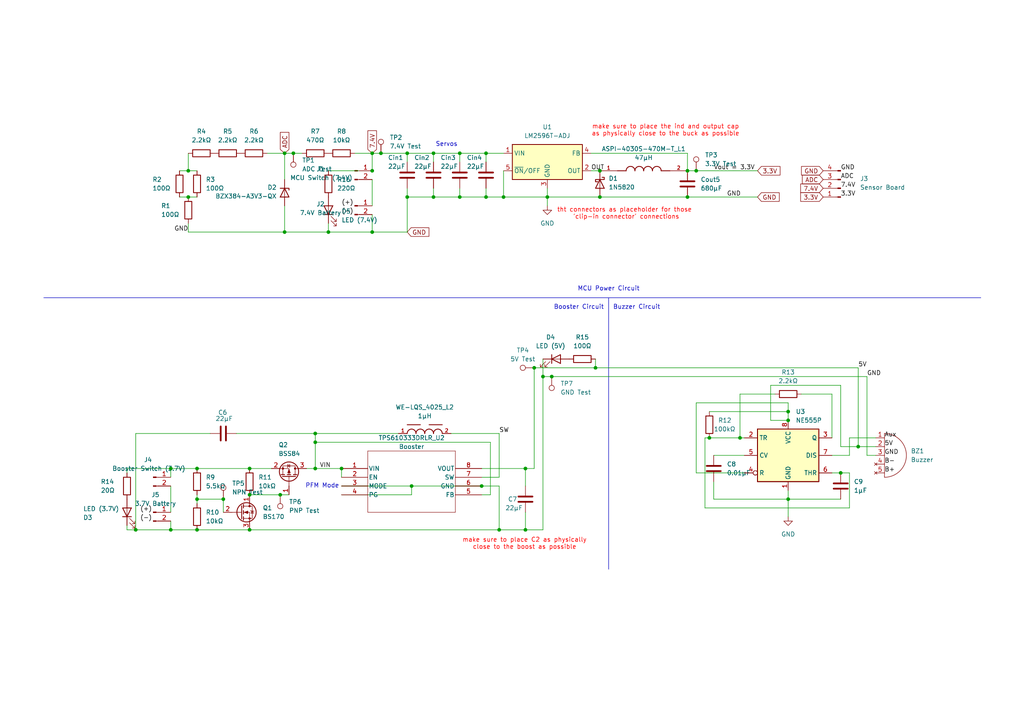
<source format=kicad_sch>
(kicad_sch (version 20231120) (generator "eeschema") (generator_version "8.0")
  (paper "A4")
  (lib_symbols
    (symbol "ASPI-4030S-470M-T:ASPI-4030S-470M-T" (pin_names (offset 1.016))
      (property "Reference" "L" (at -10.16 5.08 0))
      (property "Value" "ASPI-4030S-470M-T" (at -10.16 -5.08 0))
      (symbol "ASPI-4030S-470M-T_0_0"
        (arc (start -2.54 0) (mid -3.81 1.2645) (end -5.08 0) (stroke (width 0.254)))
        (arc (start 0 0) (mid -1.27 1.2645) (end -2.54 0) (stroke (width 0.254)))
        (polyline (pts (xy -5.08 0) (xy -7.62 0)) (stroke (width 0.254)))
        (polyline (pts (xy 5.08 0) (xy 7.62 0)) (stroke (width 0.254)))
        (arc (start 2.54 0) (mid 1.27 1.2645) (end 0 0) (stroke (width 0.254)))
        (arc (start 5.08 0) (mid 3.81 1.2645) (end 2.54 0) (stroke (width 0.254)))
        (pin passive line (at -12.7 0 0) (length 5.08) (name "~") (number "1"))
        (pin passive line (at 12.7 0 180) (length 5.08) (name "~") (number "2"))
      )
    )
    (symbol "Connector:Conn_01x02_Pin" (pin_names (offset 1.016) hide)
      (property "Reference" "J" (at 0 2.54 0))
      (property "Value" "Conn_01x02_Pin" (at 0 -5.08 0))
      (symbol "Conn_01x02_Pin_1_1"
        (polyline (pts (xy 1.27 -2.54) (xy 0.8636 -2.54)) (stroke (width 0.1524)))
        (polyline (pts (xy 1.27 0) (xy 0.8636 0)) (stroke (width 0.1524)))
        (rectangle (start 0.8636 -2.413) (end 0 -2.667) (stroke (width 0.1524)) (fill (type outline)))
        (rectangle (start 0.8636 0.127) (end 0 -0.127) (stroke (width 0.1524)) (fill (type outline)))
        (pin passive line (at 5.08 0 180) (length 3.81) (name "Pin_1") (number "1"))
        (pin passive line (at 5.08 -2.54 180) (length 3.81) (name "Pin_2") (number "2"))
      )
    )
    (symbol "Connector:Conn_01x04_Pin" (pin_names (offset 1.016) hide)
      (property "Reference" "J" (at 0 5.08 0))
      (property "Value" "Conn_01x04_Pin" (at 0 -7.62 0))
      (symbol "Conn_01x04_Pin_1_1"
        (polyline (pts (xy 1.27 -5.08) (xy 0.8636 -5.08)) (stroke (width 0.1524)))
        (polyline (pts (xy 1.27 -2.54) (xy 0.8636 -2.54)) (stroke (width 0.1524)))
        (polyline (pts (xy 1.27 0) (xy 0.8636 0)) (stroke (width 0.1524)))
        (polyline (pts (xy 1.27 2.54) (xy 0.8636 2.54)) (stroke (width 0.1524)))
        (rectangle (start 0.8636 -4.953) (end 0 -5.207) (stroke (width 0.1524)) (fill (type outline)))
        (rectangle (start 0.8636 -2.413) (end 0 -2.667) (stroke (width 0.1524)) (fill (type outline)))
        (rectangle (start 0.8636 0.127) (end 0 -0.127) (stroke (width 0.1524)) (fill (type outline)))
        (rectangle (start 0.8636 2.667) (end 0 2.413) (stroke (width 0.1524)) (fill (type outline)))
        (pin passive line (at 5.08 2.54 180) (length 3.81) (name "Pin_1") (number "1"))
        (pin passive line (at 5.08 0 180) (length 3.81) (name "Pin_2") (number "2"))
        (pin passive line (at 5.08 -2.54 180) (length 3.81) (name "Pin_3") (number "3"))
        (pin passive line (at 5.08 -5.08 180) (length 3.81) (name "Pin_4") (number "4"))
      )
    )
    (symbol "Connector:TestPoint" (pin_numbers hide) (pin_names (offset 0.762) hide)
      (property "Reference" "TP" (at 0 6.858 0))
      (property "Value" "TestPoint" (at 0 5.08 0))
      (symbol "TestPoint_0_1"
        (circle (center 0 3.302) (radius 0.762))
      )
      (symbol "TestPoint_1_1"
        (pin passive line (at 0 0 90) (length 2.54) (name "1") (number "1"))
      )
    )
    (symbol "Device:Buzzer" (pin_names (offset 0.0254) hide)
      (property "Reference" "BZ1" (at 7.62 -1.27 0))
      (property "Value" "Buzzer" (at 7.62 -3.81 0))
      (symbol "Buzzer_0_1"
        (arc (start 0 -8.89) (mid 6.35 -2.54) (end 0 3.81))
        (polyline (pts (xy 0 3.81) (xy 0 -8.89)))
      )
      (symbol "Buzzer_1_1"
        (pin passive line (at -2.54 2.54 0) (length 2.54) (name "Aux") (number "1"))
        (pin power_in line (at -2.54 0 0) (length 2.54) (name "5V") (number "2"))
        (pin power_in line (at -2.54 -2.54 0) (length 2.54) (name "G") (number "3"))
        (pin no_connect line (at -2.54 -5.08 0) (length 2.54) (name "B") (number "4"))
        (pin no_connect line (at -2.54 -7.62 0) (length 2.54) (name "") (number "5"))
      )
    )
    (symbol "Device:C" (pin_numbers hide) (pin_names (offset 0.254))
      (property "Reference" "C" (at 0.635 2.54 0))
      (property "Value" "C" (at 0.635 -2.54 0))
      (symbol "C_0_1"
        (polyline (pts (xy -2.032 -0.762) (xy 2.032 -0.762)) (stroke (width 0.508)))
        (polyline (pts (xy -2.032 0.762) (xy 2.032 0.762)) (stroke (width 0.508)))
      )
      (symbol "C_1_1"
        (pin passive line (at 0 3.81 270) (length 2.794) (name "~") (number "1"))
        (pin passive line (at 0 -3.81 90) (length 2.794) (name "~") (number "2"))
      )
    )
    (symbol "Device:D_Schottky" (pin_numbers hide) (pin_names (offset 1.016) hide)
      (property "Reference" "D" (at 0 2.54 0))
      (property "Value" "D_Schottky" (at 0 -2.54 0))
      (symbol "D_Schottky_0_1"
        (polyline (pts (xy 1.27 0) (xy -1.27 0)))
        (polyline (pts (xy 1.27 1.27) (xy 1.27 -1.27) (xy -1.27 0) (xy 1.27 1.27)) (stroke (width 0.254)))
        (polyline (pts (xy -1.905 0.635) (xy -1.905 1.27) (xy -1.27 1.27) (xy -1.27 -1.27) (xy -0.635 -1.27) (xy -0.635 -0.635)) (stroke (width 0.254)))
      )
      (symbol "D_Schottky_1_1"
        (pin passive line (at -3.81 0 0) (length 2.54) (name "K") (number "1"))
        (pin passive line (at 3.81 0 180) (length 2.54) (name "A") (number "2"))
      )
    )
    (symbol "Device:LED" (pin_numbers hide) (pin_names (offset 1.016) hide)
      (property "Reference" "D" (at 0 2.54 0))
      (property "Value" "LED" (at 0 -2.54 0))
      (symbol "LED_0_1"
        (polyline (pts (xy -1.27 -1.27) (xy -1.27 1.27)) (stroke (width 0.254)))
        (polyline (pts (xy -1.27 0) (xy 1.27 0)))
        (polyline (pts (xy 1.27 -1.27) (xy 1.27 1.27) (xy -1.27 0) (xy 1.27 -1.27)) (stroke (width 0.254)))
        (polyline (pts (xy -3.048 -0.762) (xy -4.572 -2.286) (xy -3.81 -2.286) (xy -4.572 -2.286) (xy -4.572 -1.524)))
        (polyline (pts (xy -1.778 -0.762) (xy -3.302 -2.286) (xy -2.54 -2.286) (xy -3.302 -2.286) (xy -3.302 -1.524)))
      )
      (symbol "LED_1_1"
        (pin passive line (at -3.81 0 0) (length 2.54) (name "K") (number "1"))
        (pin passive line (at 3.81 0 180) (length 2.54) (name "A") (number "2"))
      )
    )
    (symbol "Device:R" (pin_numbers hide) (pin_names (offset 0))
      (property "Reference" "R" (at 2.032 0 90))
      (property "Value" "R" (at 0 0 90))
      (symbol "R_0_1"
        (rectangle (start -1.016 -2.54) (end 1.016 2.54) (stroke (width 0.254)))
      )
      (symbol "R_1_1"
        (pin passive line (at 0 3.81 270) (length 1.27) (name "~") (number "1"))
        (pin passive line (at 0 -3.81 90) (length 1.27) (name "~") (number "2"))
      )
    )
    (symbol "Diode:1N47xxA" (pin_numbers hide) (pin_names hide)
      (property "Reference" "D" (at 0 2.54 0))
      (property "Value" "1N47xxA" (at 0 -2.54 0))
      (symbol "1N47xxA_0_1"
        (polyline (pts (xy 1.27 0) (xy -1.27 0)))
        (polyline (pts (xy -1.27 -1.27) (xy -1.27 1.27) (xy -0.762 1.27)) (stroke (width 0.254)))
        (polyline (pts (xy 1.27 -1.27) (xy 1.27 1.27) (xy -1.27 0) (xy 1.27 -1.27)) (stroke (width 0.254)))
      )
      (symbol "1N47xxA_1_1"
        (pin passive line (at -3.81 0 0) (length 2.54) (name "K") (number "1"))
        (pin passive line (at 3.81 0 180) (length 2.54) (name "A") (number "2"))
      )
    )
    (symbol "Regulator_Switching:LM2596T-ADJ"
      (property "Reference" "U" (at -10.16 6.35 0))
      (property "Value" "LM2596T-ADJ" (at 0 6.35 0))
      (symbol "LM2596T-ADJ_0_1"
        (rectangle (start -10.16 5.08) (end 10.16 -5.08) (stroke (width 0.254)) (fill (type background)))
      )
      (symbol "LM2596T-ADJ_1_1"
        (pin power_in line (at -12.7 2.54 0) (length 2.54) (name "VIN") (number "1"))
        (pin output line (at 12.7 -2.54 180) (length 2.54) (name "OUT") (number "2"))
        (pin power_in line (at 0 -7.62 90) (length 2.54) (name "GND") (number "3"))
        (pin input line (at 12.7 2.54 180) (length 2.54) (name "FB") (number "4"))
        (pin input line (at -12.7 -2.54 0) (length 2.54) (name "~{ON}/OFF") (number "5"))
      )
    )
    (symbol "TPS610333DRLR:TPS610333DRLR" (pin_names (offset 0.254))
      (property "Reference" "U" (at 20.32 10.16 0))
      (property "Value" "TPS610333DRLR" (at 20.32 7.62 0))
      (symbol "TPS610333DRLR_0_1"
        (polyline (pts (xy 7.62 -12.7) (xy 33.02 -12.7)) (stroke (width 0.127)))
        (polyline (pts (xy 7.62 5.08) (xy 7.62 -12.7)) (stroke (width 0.127)))
        (polyline (pts (xy 33.02 -12.7) (xy 33.02 5.08)) (stroke (width 0.127)))
        (polyline (pts (xy 33.02 5.08) (xy 7.62 5.08)) (stroke (width 0.127)))
        (pin input line (at 0 0 0) (length 7.62) (name "VIN") (number "1"))
        (pin input line (at 0 -2.54 0) (length 7.62) (name "EN") (number "2"))
        (pin input line (at 0 -5.08 0) (length 7.62) (name "MODE") (number "3"))
        (pin output line (at 0 -7.62 0) (length 7.62) (name "PG") (number "4"))
        (pin input line (at 40.64 -7.62 180) (length 7.62) (name "FB") (number "5"))
        (pin power_in line (at 40.64 -5.08 180) (length 7.62) (name "GND") (number "6"))
        (pin power_in line (at 40.64 -2.54 180) (length 7.62) (name "SW") (number "7"))
        (pin power_in line (at 40.64 0 180) (length 7.62) (name "VOUT") (number "8"))
      )
    )
    (symbol "Timer:NE555P"
      (property "Reference" "U" (at -10.16 8.89 0))
      (property "Value" "NE555P" (at 2.54 8.89 0))
      (symbol "NE555P_0_0"
        (pin power_in line (at 0 -10.16 90) (length 2.54) (name "GND") (number "1"))
        (pin power_in line (at 0 10.16 270) (length 2.54) (name "VCC") (number "8"))
      )
      (symbol "NE555P_0_1"
        (rectangle (start -8.89 -7.62) (end 8.89 7.62) (stroke (width 0.254)) (fill (type background)))
        (rectangle (start -8.89 -7.62) (end 8.89 7.62) (stroke (width 0.254)) (fill (type background)))
      )
      (symbol "NE555P_1_1"
        (pin input line (at -12.7 5.08 0) (length 3.81) (name "TR") (number "2"))
        (pin output line (at 12.7 5.08 180) (length 3.81) (name "Q") (number "3"))
        (pin input inverted (at -12.7 -5.08 0) (length 3.81) (name "R") (number "4"))
        (pin input line (at -12.7 0 0) (length 3.81) (name "CV") (number "5"))
        (pin input line (at 12.7 -5.08 180) (length 3.81) (name "THR") (number "6"))
        (pin input line (at 12.7 0 180) (length 3.81) (name "DIS") (number "7"))
      )
    )
    (symbol "Transistor_FET:BS170" (pin_names hide)
      (property "Reference" "Q" (at 5.08 1.905 0))
      (property "Value" "BS170" (at 5.08 0 0))
      (symbol "BS170_0_1"
        (polyline (pts (xy 0.254 0) (xy -2.54 0)))
        (polyline (pts (xy 0.254 1.905) (xy 0.254 -1.905)) (stroke (width 0.254)))
        (polyline (pts (xy 0.762 -1.27) (xy 0.762 -2.286)) (stroke (width 0.254)))
        (polyline (pts (xy 0.762 0.508) (xy 0.762 -0.508)) (stroke (width 0.254)))
        (polyline (pts (xy 0.762 2.286) (xy 0.762 1.27)) (stroke (width 0.254)))
        (polyline (pts (xy 2.54 2.54) (xy 2.54 1.778)))
        (polyline (pts (xy 2.54 -2.54) (xy 2.54 0) (xy 0.762 0)))
        (polyline (pts (xy 0.762 -1.778) (xy 3.302 -1.778) (xy 3.302 1.778) (xy 0.762 1.778)))
        (polyline (pts (xy 1.016 0) (xy 2.032 0.381) (xy 2.032 -0.381) (xy 1.016 0)) (fill (type outline)))
        (polyline (pts (xy 2.794 0.508) (xy 2.921 0.381) (xy 3.683 0.381) (xy 3.81 0.254)))
        (polyline (pts (xy 3.302 0.381) (xy 2.921 -0.254) (xy 3.683 -0.254) (xy 3.302 0.381)))
        (circle (center 1.651 0) (radius 2.794) (stroke (width 0.254)))
        (circle (center 2.54 -1.778) (radius 0.254) (fill (type outline)))
        (circle (center 2.54 1.778) (radius 0.254) (fill (type outline)))
      )
      (symbol "BS170_1_1"
        (pin passive line (at 2.54 5.08 270) (length 2.54) (name "D") (number "1"))
        (pin input line (at -5.08 0 0) (length 2.54) (name "G") (number "2"))
        (pin passive line (at 2.54 -5.08 90) (length 2.54) (name "S") (number "3"))
      )
    )
    (symbol "Transistor_FET:FDN340P" (pin_names hide)
      (property "Reference" "Q" (at 5.08 1.905 0))
      (property "Value" "FDN340P" (at 5.08 0 0))
      (symbol "FDN340P_0_1"
        (polyline (pts (xy 0.254 0) (xy -2.54 0)))
        (polyline (pts (xy 0.254 1.905) (xy 0.254 -1.905)) (stroke (width 0.254)))
        (polyline (pts (xy 0.762 -1.27) (xy 0.762 -2.286)) (stroke (width 0.254)))
        (polyline (pts (xy 0.762 0.508) (xy 0.762 -0.508)) (stroke (width 0.254)))
        (polyline (pts (xy 0.762 2.286) (xy 0.762 1.27)) (stroke (width 0.254)))
        (polyline (pts (xy 2.54 2.54) (xy 2.54 1.778)))
        (polyline (pts (xy 2.54 -2.54) (xy 2.54 0) (xy 0.762 0)))
        (polyline (pts (xy 0.762 1.778) (xy 3.302 1.778) (xy 3.302 -1.778) (xy 0.762 -1.778)))
        (polyline (pts (xy 2.286 0) (xy 1.27 0.381) (xy 1.27 -0.381) (xy 2.286 0)) (fill (type outline)))
        (polyline (pts (xy 2.794 -0.508) (xy 2.921 -0.381) (xy 3.683 -0.381) (xy 3.81 -0.254)))
        (polyline (pts (xy 3.302 -0.381) (xy 2.921 0.254) (xy 3.683 0.254) (xy 3.302 -0.381)))
        (circle (center 1.651 0) (radius 2.794) (stroke (width 0.254)))
        (circle (center 2.54 -1.778) (radius 0.254) (fill (type outline)))
        (circle (center 2.54 1.778) (radius 0.254) (fill (type outline)))
      )
      (symbol "FDN340P_1_1"
        (pin input line (at -5.08 0 0) (length 2.54) (name "G") (number "1"))
        (pin passive line (at 2.54 -5.08 90) (length 2.54) (name "S") (number "2"))
        (pin passive line (at 2.54 5.08 270) (length 2.54) (name "D") (number "3"))
      )
    )
    (symbol "WE-LQS_4025:WE-LQS_4025" (pin_names (offset 1.016))
      (property "Reference" "L" (at 0 3.81 0))
      (property "Value" "WE-LQS_4025" (at 0 -2.54 0))
      (symbol "WE-LQS_4025_0_0"
        (arc (start -2.54 0) (mid -3.81 1.2645) (end -5.08 0) (stroke (width 0.254)))
        (arc (start 0 0) (mid -1.27 1.2645) (end -2.54 0) (stroke (width 0.254)))
        (polyline (pts (xy -5.08 2.54) (xy -1.27 2.54)) (stroke (width 0.254)))
        (polyline (pts (xy 1.27 2.54) (xy 5.08 2.54)) (stroke (width 0.254)))
        (arc (start 2.54 0) (mid 1.27 1.2645) (end 0 0) (stroke (width 0.254)))
        (arc (start 5.08 0) (mid 3.81 1.2645) (end 2.54 0) (stroke (width 0.254)))
        (pin passive line (at -7.62 0 0) (length 2.54) (name "~") (number "1"))
        (pin passive line (at 7.62 0 180) (length 2.54) (name "~") (number "2"))
      )
    )
    (symbol "power:GND" (power) (pin_names (offset 0))
      (property "Value" "GND" (at 0 -3.81 0))
      (symbol "GND_0_1"
        (polyline (pts (xy 0 0) (xy 0 -1.27) (xy 1.27 -1.27) (xy 0 -2.54) (xy -1.27 -1.27) (xy 0 -1.27)))
      )
      (symbol "GND_1_1"
        (pin power_in line (at 0 0 270) (length 0) hide (name "GND") (number "1"))
      )
    )
  )
  (junction (at 110.49 44.45))
  (junction (at 85.09 44.45))
  (junction (at 133.35 57.15))
  (junction (at 199.39 57.15))
  (junction (at 118.11 44.45))
  (junction (at 49.53 153.67))
  (junction (at 54.61 57.15))
  (junction (at 214.63 127))
  (junction (at 173.99 57.15))
  (junction (at 82.55 67.31))
  (junction (at 152.4 153.67))
  (junction (at 49.53 135.89))
  (junction (at 125.73 57.15))
  (junction (at 118.11 57.15))
  (junction (at 172.72 106.68))
  (junction (at 119.38 140.97))
  (junction (at 144.78 153.67))
  (junction (at 228.6 121.92))
  (junction (at 125.73 44.45))
  (junction (at 57.15 135.89))
  (junction (at 248.92 129.54))
  (junction (at 160.02 109.22))
  (junction (at 133.35 44.45))
  (junction (at 228.6 144.78))
  (junction (at 99.06 135.89))
  (junction (at 95.25 67.31))
  (junction (at 152.4 135.89))
  (junction (at 107.95 49.53))
  (junction (at 107.95 67.31))
  (junction (at 57.15 153.67))
  (junction (at 199.39 49.53))
  (junction (at 140.97 44.45))
  (junction (at 82.55 44.45))
  (junction (at 91.44 125.73))
  (junction (at 228.6 119.38))
  (junction (at 57.15 144.78))
  (junction (at 72.39 153.67))
  (junction (at 39.37 153.67))
  (junction (at 158.75 57.15))
  (junction (at 139.7 140.97))
  (junction (at 54.61 49.53))
  (junction (at 64.77 144.78))
  (junction (at 107.95 44.45))
  (junction (at 72.39 143.51))
  (junction (at 140.97 57.15))
  (junction (at 205.74 127))
  (junction (at 72.39 135.89))
  (junction (at 173.99 49.53))
  (junction (at 91.44 135.89))
  (junction (at 201.93 49.53))
  (junction (at 146.05 57.15))
  (junction (at 154.94 106.68))
  (junction (at 243.84 137.16))
  (junction (at 91.44 128.27))
  (junction (at 81.28 143.51))
  (junction (at 157.48 109.22))
  (wire (pts (xy 199.39 57.15) (xy 219.71 57.15)))
  (wire (pts (xy 118.11 44.45) (xy 118.11 46.99)))
  (wire (pts (xy 246.38 132.08) (xy 246.38 127)))
  (wire (pts (xy 160.02 109.22) (xy 251.46 109.22)))
  (wire (pts (xy 36.83 135.89) (xy 49.53 135.89)))
  (wire (pts (xy 119.38 143.51) (xy 119.38 140.97)))
  (wire (pts (xy 99.06 135.89) (xy 99.06 138.43)))
  (wire (pts (xy 57.15 144.78) (xy 57.15 143.51)))
  (wire (pts (xy 152.4 135.89) (xy 154.94 135.89)))
  (wire (pts (xy 144.78 140.97) (xy 144.78 153.67)))
  (wire (pts (xy 57.15 153.67) (xy 72.39 153.67)))
  (wire (pts (xy 172.72 104.14) (xy 172.72 106.68)))
  (wire (pts (xy 241.3 114.3) (xy 241.3 127)))
  (wire (pts (xy 107.95 52.07) (xy 107.95 59.69)))
  (wire (pts (xy 102.87 44.45) (xy 107.95 44.45)))
  (wire (pts (xy 152.4 153.67) (xy 157.48 153.67)))
  (wire (pts (xy 72.39 135.89) (xy 78.74 135.89)))
  (wire (pts (xy 204.47 127) (xy 204.47 147.32)))
  (wire (pts (xy 248.92 129.54) (xy 254 129.54)))
  (wire (pts (xy 251.46 109.22) (xy 251.46 132.08)))
  (wire (pts (xy 52.07 49.53) (xy 54.61 49.53)))
  (wire (pts (xy 251.46 132.08) (xy 254 132.08)))
  (wire (pts (xy 144.78 153.67) (xy 152.4 153.67)))
  (wire (pts (xy 81.28 143.51) (xy 83.82 143.51)))
  (wire (pts (xy 49.53 153.67) (xy 49.53 151.13)))
  (wire (pts (xy 95.25 49.53) (xy 107.95 49.53)))
  (wire (pts (xy 107.95 49.53) (xy 107.95 44.45)))
  (wire (pts (xy 118.11 57.15) (xy 125.73 57.15)))
  (wire (pts (xy 139.7 135.89) (xy 152.4 135.89)))
  (wire (pts (xy 201.93 116.84) (xy 201.93 137.16)))
  (wire (pts (xy 49.53 135.89) (xy 57.15 135.89)))
  (wire (pts (xy 49.53 135.89) (xy 49.53 138.43)))
  (wire (pts (xy 241.3 137.16) (xy 243.84 137.16)))
  (wire (pts (xy 36.83 153.67) (xy 39.37 153.67)))
  (wire (pts (xy 125.73 57.15) (xy 133.35 57.15)))
  (wire (pts (xy 144.78 138.43) (xy 139.7 138.43)))
  (wire (pts (xy 204.47 147.32) (xy 246.38 147.32)))
  (wire (pts (xy 107.95 62.23) (xy 107.95 67.31)))
  (polyline (pts (xy 176.53 86.36) (xy 176.53 165.1)))
  (wire (pts (xy 171.45 44.45) (xy 199.39 44.45)))
  (wire (pts (xy 118.11 57.15) (xy 118.11 67.31)))
  (wire (pts (xy 107.95 44.45) (xy 110.49 44.45)))
  (wire (pts (xy 82.55 44.45) (xy 82.55 52.07)))
  (wire (pts (xy 140.97 44.45) (xy 140.97 46.99)))
  (wire (pts (xy 140.97 54.61) (xy 140.97 57.15)))
  (wire (pts (xy 152.4 135.89) (xy 152.4 140.97)))
  (wire (pts (xy 228.6 119.38) (xy 228.6 121.92)))
  (wire (pts (xy 118.11 57.15) (xy 118.11 54.61)))
  (polyline (pts (xy 12.7 86.36) (xy 284.48 86.36)))
  (wire (pts (xy 88.9 135.89) (xy 91.44 135.89)))
  (wire (pts (xy 228.6 119.38) (xy 228.6 116.84)))
  (wire (pts (xy 223.52 111.76) (xy 243.84 111.76)))
  (wire (pts (xy 207.01 139.7) (xy 207.01 144.78)))
  (wire (pts (xy 72.39 153.67) (xy 144.78 153.67)))
  (wire (pts (xy 157.48 109.22) (xy 157.48 153.67)))
  (wire (pts (xy 172.72 106.68) (xy 248.92 106.68)))
  (wire (pts (xy 228.6 144.78) (xy 228.6 149.86)))
  (wire (pts (xy 107.95 67.31) (xy 118.11 67.31)))
  (wire (pts (xy 57.15 135.89) (xy 72.39 135.89)))
  (wire (pts (xy 39.37 125.73) (xy 60.96 125.73)))
  (wire (pts (xy 144.78 125.73) (xy 144.78 138.43)))
  (wire (pts (xy 142.24 143.51) (xy 142.24 128.27)))
  (wire (pts (xy 173.99 57.15) (xy 199.39 57.15)))
  (wire (pts (xy 49.53 140.97) (xy 49.53 148.59)))
  (wire (pts (xy 158.75 57.15) (xy 158.75 54.61)))
  (wire (pts (xy 118.11 44.45) (xy 125.73 44.45)))
  (wire (pts (xy 82.55 59.69) (xy 82.55 67.31)))
  (wire (pts (xy 152.4 148.59) (xy 152.4 153.67)))
  (wire (pts (xy 243.84 137.16) (xy 246.38 137.16)))
  (wire (pts (xy 77.47 44.45) (xy 82.55 44.45)))
  (wire (pts (xy 54.61 44.45) (xy 54.61 49.53)))
  (wire (pts (xy 91.44 125.73) (xy 91.44 128.27)))
  (wire (pts (xy 140.97 57.15) (xy 146.05 57.15)))
  (wire (pts (xy 140.97 44.45) (xy 146.05 44.45)))
  (wire (pts (xy 133.35 44.45) (xy 133.35 46.99)))
  (wire (pts (xy 214.63 127) (xy 214.63 114.3)))
  (wire (pts (xy 214.63 127) (xy 215.9 127)))
  (wire (pts (xy 133.35 54.61) (xy 133.35 57.15)))
  (wire (pts (xy 146.05 49.53) (xy 146.05 57.15)))
  (wire (pts (xy 125.73 44.45) (xy 133.35 44.45)))
  (wire (pts (xy 99.06 140.97) (xy 119.38 140.97)))
  (wire (pts (xy 54.61 64.77) (xy 54.61 67.31)))
  (wire (pts (xy 110.49 44.45) (xy 118.11 44.45)))
  (wire (pts (xy 243.84 129.54) (xy 248.92 129.54)))
  (wire (pts (xy 246.38 127) (xy 254 127)))
  (wire (pts (xy 201.93 49.53) (xy 219.71 49.53)))
  (wire (pts (xy 133.35 44.45) (xy 140.97 44.45)))
  (wire (pts (xy 95.25 64.77) (xy 95.25 67.31)))
  (wire (pts (xy 199.39 49.53) (xy 201.93 49.53)))
  (wire (pts (xy 214.63 114.3) (xy 224.79 114.3)))
  (wire (pts (xy 205.74 127) (xy 204.47 127)))
  (wire (pts (xy 91.44 135.89) (xy 99.06 135.89)))
  (wire (pts (xy 91.44 125.73) (xy 115.57 125.73)))
  (wire (pts (xy 205.74 119.38) (xy 228.6 119.38)))
  (wire (pts (xy 57.15 49.53) (xy 54.61 49.53)))
  (wire (pts (xy 64.77 144.78) (xy 64.77 148.59)))
  (wire (pts (xy 228.6 144.78) (xy 243.84 144.78)))
  (wire (pts (xy 171.45 49.53) (xy 173.99 49.53)))
  (wire (pts (xy 144.78 140.97) (xy 139.7 140.97)))
  (wire (pts (xy 54.61 67.31) (xy 82.55 67.31)))
  (wire (pts (xy 205.74 127) (xy 214.63 127)))
  (wire (pts (xy 119.38 140.97) (xy 139.7 140.97)))
  (wire (pts (xy 146.05 57.15) (xy 158.75 57.15)))
  (wire (pts (xy 125.73 54.61) (xy 125.73 57.15)))
  (wire (pts (xy 215.9 132.08) (xy 207.01 132.08)))
  (wire (pts (xy 157.48 109.22) (xy 160.02 109.22)))
  (wire (pts (xy 82.55 44.45) (xy 85.09 44.45)))
  (wire (pts (xy 130.81 125.73) (xy 144.78 125.73)))
  (wire (pts (xy 248.92 106.68) (xy 248.92 129.54)))
  (wire (pts (xy 36.83 152.4) (xy 36.83 153.67)))
  (wire (pts (xy 158.75 57.15) (xy 158.75 59.69)))
  (wire (pts (xy 49.53 153.67) (xy 57.15 153.67)))
  (wire (pts (xy 57.15 144.78) (xy 57.15 146.05)))
  (wire (pts (xy 228.6 116.84) (xy 201.93 116.84)))
  (wire (pts (xy 232.41 114.3) (xy 241.3 114.3)))
  (wire (pts (xy 139.7 143.51) (xy 142.24 143.51)))
  (wire (pts (xy 154.94 135.89) (xy 154.94 106.68)))
  (wire (pts (xy 158.75 57.15) (xy 173.99 57.15)))
  (wire (pts (xy 91.44 128.27) (xy 142.24 128.27)))
  (wire (pts (xy 228.6 142.24) (xy 228.6 144.78)))
  (wire (pts (xy 243.84 111.76) (xy 243.84 129.54)))
  (wire (pts (xy 54.61 57.15) (xy 57.15 57.15)))
  (wire (pts (xy 91.44 128.27) (xy 91.44 135.89)))
  (wire (pts (xy 57.15 144.78) (xy 64.77 144.78)))
  (wire (pts (xy 223.52 121.92) (xy 223.52 111.76)))
  (wire (pts (xy 39.37 153.67) (xy 49.53 153.67)))
  (wire (pts (xy 68.58 125.73) (xy 91.44 125.73)))
  (wire (pts (xy 246.38 147.32) (xy 246.38 137.16)))
  (wire (pts (xy 99.06 143.51) (xy 119.38 143.51)))
  (wire (pts (xy 72.39 143.51) (xy 81.28 143.51)))
  (wire (pts (xy 201.93 137.16) (xy 215.9 137.16)))
  (wire (pts (xy 95.25 67.31) (xy 107.95 67.31)))
  (wire (pts (xy 36.83 137.16) (xy 36.83 135.89)))
  (wire (pts (xy 125.73 44.45) (xy 125.73 46.99)))
  (wire (pts (xy 52.07 57.15) (xy 54.61 57.15)))
  (wire (pts (xy 228.6 121.92) (xy 223.52 121.92)))
  (wire (pts (xy 133.35 57.15) (xy 140.97 57.15)))
  (wire (pts (xy 207.01 144.78) (xy 228.6 144.78)))
  (wire (pts (xy 199.39 44.45) (xy 199.39 49.53)))
  (wire (pts (xy 39.37 125.73) (xy 39.37 153.67)))
  (wire (pts (xy 154.94 106.68) (xy 172.72 106.68)))
  (wire (pts (xy 85.09 44.45) (xy 87.63 44.45)))
  (wire (pts (xy 82.55 67.31) (xy 95.25 67.31)))
  (wire (pts (xy 157.48 104.14) (xy 157.48 109.22)))
  (wire (pts (xy 246.38 132.08) (xy 241.3 132.08)))
  (text "Buzzer Circuit" (at 184.658 89.154 0) (effects (font (size 1.27 1.27))))
  (text "tht connectors as placeholder for those \n'clip-in connector' connections" (at 181.61 61.976 0) (effects (font (size 1.27 1.27))))
  (text "Booster Circuit" (at 167.894 89.154 0) (effects (font (size 1.27 1.27))))
  (text "Servos" (at 129.54 41.91 0) (effects (font (size 1.27 1.27))))
  (text "PFM Mode" (at 93.472 140.97 0) (effects (font (size 1.27 1.27))))
  (text "make sure to place C2 as physically\nclose to the boost as possible" (at 152.146 157.734 0) (effects (font (size 1.27 1.27))))
  (text "make sure to place the ind and output cap\nas physically close to the buck as possible" (at 193.04 37.846 0) (effects (font (size 1.27 1.27))))
  (text "MCU Power Circuit" (at 176.53 83.82 0) (effects (font (size 1.27 1.27))))
  (label "5V" (at 248.92 106.68 0))
  (label "GND" (at 243.84 49.53 0))
  (label "Aux" (at 256.54 127 0))
  (label "3.3V" (at 243.84 57.15 0))
  (label "GND" (at 256.54 132.08 0))
  (label "Vout = 3.3V" (at 207.01 49.53 0))
  (label "GND" (at 54.61 67.31 180))
  (label "VIN" (at 92.71 135.89 0))
  (label "SW" (at 144.78 125.73 0))
  (label "(+)" (at 99.06 59.69 0))
  (label "(-)" (at 99.06 62.23 0))
  (label "GND" (at 251.46 109.22 0))
  (label "B-" (at 256.54 134.62 0))
  (label "B+" (at 256.54 137.16 0))
  (label "ADC" (at 243.84 52.07 0))
  (label "(+)" (at 40.64 148.59 0))
  (label "(-)" (at 40.64 151.13 0))
  (label "GND" (at 210.82 57.15 0))
  (label "7.4V" (at 243.84 54.61 0))
  (label "5V" (at 256.54 129.54 0))
  (label "OUT" (at 171.45 49.53 0))
  (global_label "7.4V" (shape input) (at 107.95 44.45 90) (property "Intersheetrefs" "${INTERSHEET_REFS}" (effects (hide yes))))
  (global_label "GND" (shape input) (at 238.76 49.53 180) (property "Intersheetrefs" "${INTERSHEET_REFS}" (effects (hide yes))))
  (global_label "ADC" (shape input) (at 238.76 52.07 180) (property "Intersheetrefs" "${INTERSHEET_REFS}" (effects (hide yes))))
  (global_label "3.3V" (shape input) (at 219.71 49.53 0) (property "Intersheetrefs" "${INTERSHEET_REFS}" (effects (hide yes))))
  (global_label "GND" (shape input) (at 219.71 57.15 0) (property "Intersheetrefs" "${INTERSHEET_REFS}" (effects (hide yes))))
  (global_label "7.4V" (shape input) (at 238.76 54.61 180) (property "Intersheetrefs" "${INTERSHEET_REFS}" (effects (hide yes))))
  (global_label "3.3V" (shape input) (at 238.76 57.15 180) (property "Intersheetrefs" "${INTERSHEET_REFS}" (effects (hide yes))))
  (global_label "GND" (shape input) (at 118.11 67.31 0) (property "Intersheetrefs" "${INTERSHEET_REFS}" (effects (hide yes))))
  (global_label "ADC" (shape input) (at 82.55 44.45 90) (property "Intersheetrefs" "${INTERSHEET_REFS}" (effects (hide yes))))
  (symbol (lib_id "Connector:TestPoint") (at 81.28 143.51 180) (unit 1)
    (property "Reference" "TP6" (at 83.82 145.5419 0) (effects (justify right)))
    (property "Value" "PNP Test" (at 83.82 148.0819 0) (effects (justify right)))
    (property "Footprint" "TestPoint:TestPoint_THTPad_2.0x2.0mm_Drill1.0mm" (effects (hide yes)))
    (property "Description" "test point" (effects (hide yes)))
  )
  (symbol (lib_id "Device:C") (at 152.4 144.78 0) (unit 1)
    (property "Reference" "C7" (at 147.32 144.78 0) (effects (justify left)))
    (property "Value" "22μF" (at 146.558 147.32 0) (effects (justify left)))
    (property "Footprint" "Capacitor_SMD:C_0805_2012Metric_Pad1.18x1.45mm_HandSolder" (effects (hide yes)))
    (property "Datasheet" "https://mm.digikey.com/Volume0/opasdata/d220001/medias/docus/339/CL21A226MAYNNNE_Spec.pdf" (effects (hide yes)))
    (property "Description" "Unpolarized capacitor" (effects (hide yes)))
  )
  (symbol (lib_id "Device:LED") (at 36.83 148.59 90) (unit 1)
    (property "Reference" "D3" (at 24.13 150.114 90) (effects (justify right)))
    (property "Value" "LED (3.7V)" (at 24.13 147.574 90) (effects (justify right)))
    (property "Footprint" "DigiKey:WL-SMCW_0603" (effects (hide yes)))
    (property "Description" "Light emitting diode" (effects (hide yes)))
  )
  (symbol (lib_id "Connector:TestPoint") (at 64.77 144.78 0) (unit 1)
    (property "Reference" "TP5" (at 67.31 140.2079 0) (effects (justify left)))
    (property "Value" "NPN Test" (at 67.31 142.7479 0) (effects (justify left)))
    (property "Footprint" "TestPoint:TestPoint_THTPad_2.0x2.0mm_Drill1.0mm" (effects (hide yes)))
    (property "Description" "test point" (effects (hide yes)))
  )
  (symbol (lib_id "Device:C") (at 140.97 50.8 0) (unit 1)
    (property "Reference" "Cin4" (at 135.382 45.72 0) (effects (justify left)))
    (property "Value" "22μF" (at 135.382 48.26 0) (effects (justify left)))
    (property "Footprint" "Capacitor_SMD:C_0805_2012Metric_Pad1.18x1.45mm_HandSolder" (effects (hide yes)))
    (property "Datasheet" "https://mm.digikey.com/Volume0/opasdata/d220001/medias/docus/339/CL21A226MAYNNNE_Spec.pdf" (effects (hide yes)))
    (property "Description" "Unpolarized capacitor" (effects (hide yes)))
  )
  (symbol (lib_id "Device:R") (at 72.39 139.7 0) (unit 1)
    (property "Reference" "R11" (at 74.93 138.4299 0) (effects (justify left)))
    (property "Value" "10kΩ" (at 74.93 140.9699 0) (effects (justify left)))
    (property "Footprint" "Resistor_THT:R_Axial_DIN0207_L6.3mm_D2.5mm_P7.62mm_Horizontal" (effects (hide yes)))
    (property "Description" "Resistor" (effects (hide yes)))
  )
  (symbol (lib_id "Connector:TestPoint") (at 160.02 109.22 180) (unit 1)
    (property "Reference" "TP7" (at 162.56 111.2519 0) (effects (justify right)))
    (property "Value" "GND Test" (at 162.56 113.7919 0) (effects (justify right)))
    (property "Footprint" "TestPoint:TestPoint_THTPad_2.0x2.0mm_Drill1.0mm" (effects (hide yes)))
    (property "Description" "test point" (effects (hide yes)))
  )
  (symbol (lib_id "Device:LED") (at 161.29 104.14 0) (unit 1)
    (property "Reference" "D4" (at 159.7025 97.79 0))
    (property "Value" "LED (5V)" (at 159.7025 100.33 0))
    (property "Footprint" "DigiKey:WL-SMCW_0603" (effects (hide yes)))
    (property "Description" "Light emitting diode" (effects (hide yes)))
  )
  (symbol (lib_id "Connector:TestPoint") (at 154.94 106.68 90) (unit 1)
    (property "Reference" "TP4" (at 151.638 101.6 90))
    (property "Value" "5V Test" (at 151.638 104.14 90))
    (property "Footprint" "TestPoint:TestPoint_THTPad_2.0x2.0mm_Drill1.0mm" (effects (hide yes)))
    (property "Description" "test point" (effects (hide yes)))
  )
  (symbol (lib_id "Timer:NE555P") (at 228.6 132.08 0) (unit 1)
    (property "Reference" "U3" (at 230.7941 119.38 0) (effects (justify left)))
    (property "Value" "NE555P" (at 230.7941 121.92 0) (effects (justify left)))
    (property "Footprint" "Package_DIP:DIP-8_W7.62mm" (effects (hide yes)))
    (property "Datasheet" "http://www.ti.com/lit/ds/symlink/ne555.pdf" (effects (hide yes)))
  )
  (symbol (lib_id "Connector:Conn_01x02_Pin") (at 44.45 148.59 0) (unit 1)
    (property "Reference" "J5" (at 45.085 143.51 0))
    (property "Value" "3.7V Battery" (at 45.085 146.05 0))
    (property "Footprint" "Connector_JST:JST_PH_B2B-PH-K_1x02_P2.00mm_Vertical" (effects (hide yes)))
    (property "Description" "Generic connector, single row, 01x02, script generated" (effects (hide yes)))
  )
  (symbol (lib_id "Device:C") (at 64.77 125.73 270) (unit 1)
    (property "Reference" "C6" (at 63.246 119.634 90) (effects (justify left)))
    (property "Value" "22μF" (at 62.484 121.412 90) (effects (justify left)))
    (property "Footprint" "Capacitor_SMD:C_0805_2012Metric_Pad1.18x1.45mm_HandSolder" (effects (hide yes)))
    (property "Datasheet" "https://mm.digikey.com/Volume0/opasdata/d220001/medias/docus/339/CL21A226MAYNNNE_Spec.pdf" (effects (hide yes)))
    (property "Description" "Unpolarized capacitor" (effects (hide yes)))
  )
  (symbol (lib_id "Device:R") (at 36.83 140.97 180) (unit 1)
    (property "Reference" "R14" (at 29.21 139.7 0) (effects (justify right)))
    (property "Value" "20Ω" (at 29.21 142.24 0) (effects (justify right)))
    (property "Footprint" "Resistor_SMD:R_0603_1608Metric_Pad0.98x0.95mm_HandSolder" (effects (hide yes)))
    (property "Description" "Resistor" (effects (hide yes)))
  )
  (symbol (lib_id "Device:C") (at 133.35 50.8 0) (unit 1)
    (property "Reference" "Cin3" (at 127.762 45.72 0) (effects (justify left)))
    (property "Value" "22μF" (at 127.762 48.26 0) (effects (justify left)))
    (property "Footprint" "Capacitor_SMD:C_0805_2012Metric_Pad1.18x1.45mm_HandSolder" (effects (hide yes)))
    (property "Datasheet" "https://mm.digikey.com/Volume0/opasdata/d220001/medias/docus/339/CL21A226MAYNNNE_Spec.pdf" (effects (hide yes)))
    (property "Description" "Unpolarized capacitor" (effects (hide yes)))
  )
  (symbol (lib_id "Device:R") (at 205.74 123.19 0) (unit 1)
    (property "Reference" "R12" (at 208.28 121.92 0) (effects (justify left)))
    (property "Value" "100kΩ" (at 207.01 124.46 0) (effects (justify left)))
    (property "Footprint" "Resistor_THT:R_Axial_DIN0207_L6.3mm_D2.5mm_P7.62mm_Horizontal" (effects (hide yes)))
  )
  (symbol (lib_id "Connector:Conn_01x02_Pin") (at 102.87 49.53 0) (unit 1)
    (property "Reference" "J1" (at 92.964 49.022 0))
    (property "Value" "MCU Switch (7.4V)" (at 93.218 51.562 0))
    (property "Footprint" "Connector_JST:JST_PH_B2B-PH-K_1x02_P2.00mm_Vertical" (effects (hide yes)))
    (property "Description" "Generic connector, single row, 01x02, script generated" (effects (hide yes)))
  )
  (symbol (lib_id "Connector:Conn_01x02_Pin") (at 44.45 138.43 0) (unit 1)
    (property "Reference" "J4" (at 42.926 133.35 0))
    (property "Value" "Booster Switch (3.7V)" (at 43.18 135.89 0))
    (property "Footprint" "Connector_JST:JST_PH_B2B-PH-K_1x02_P2.00mm_Vertical" (effects (hide yes)))
    (property "Description" "Generic connector, single row, 01x02, script generated" (effects (hide yes)))
  )
  (symbol (lib_id "Device:LED") (at 95.25 60.96 90) (unit 1)
    (property "Reference" "D5" (at 99.06 61.2774 90) (effects (justify right)))
    (property "Value" "LED (7.4V)" (at 99.06 63.8174 90) (effects (justify right)))
    (property "Footprint" "DigiKey:WL-SMCW_0603" (effects (hide yes)))
    (property "Description" "Light emitting diode" (effects (hide yes)))
  )
  (symbol (lib_id "Connector:TestPoint") (at 201.93 49.53 0) (unit 1)
    (property "Reference" "TP3" (at 204.47 44.9579 0) (effects (justify left)))
    (property "Value" "3.3V Test" (at 204.47 47.4979 0) (effects (justify left)))
    (property "Footprint" "TestPoint:TestPoint_THTPad_2.0x2.0mm_Drill1.0mm" (effects (hide yes)))
    (property "Description" "test point" (effects (hide yes)))
  )
  (symbol (lib_id "Device:R") (at 168.91 104.14 90) (unit 1)
    (property "Reference" "R15" (at 168.91 97.79 90))
    (property "Value" "100Ω" (at 168.91 100.33 90))
    (property "Footprint" "Resistor_SMD:R_0603_1608Metric_Pad0.98x0.95mm_HandSolder" (effects (hide yes)))
    (property "Description" "Resistor" (effects (hide yes)))
  )
  (symbol (lib_id "Device:R") (at 57.15 53.34 0) (unit 1)
    (property "Reference" "R3" (at 59.69 52.0699 0) (effects (justify left)))
    (property "Value" "100Ω" (at 59.69 54.6099 0) (effects (justify left)))
    (property "Footprint" "Resistor_THT:R_Axial_DIN0207_L6.3mm_D2.5mm_P7.62mm_Horizontal" (effects (hide yes)))
    (property "Description" "Resistor" (effects (hide yes)))
  )
  (symbol (lib_id "WE-LQS_4025:WE-LQS_4025") (at 123.19 125.73 0) (unit 1)
    (property "Reference" "WE-LQS_4025_L2" (at 123.19 118.11 0))
    (property "Value" "1μH" (at 123.19 120.65 0))
    (property "Footprint" "DigiKey:WE-LQS_4025" (effects (hide yes)))
  )
  (symbol (lib_id "Device:R") (at 57.15 149.86 0) (unit 1)
    (property "Reference" "R10" (at 59.69 148.5899 0) (effects (justify left)))
    (property "Value" "10kΩ" (at 59.69 151.1299 0) (effects (justify left)))
    (property "Footprint" "Resistor_THT:R_Axial_DIN0207_L6.3mm_D2.5mm_P7.62mm_Horizontal" (effects (hide yes)))
    (property "Description" "Resistor" (effects (hide yes)))
  )
  (symbol (lib_id "Device:R") (at 228.6 114.3 90) (unit 1)
    (property "Reference" "R13" (at 228.6 107.95 90))
    (property "Value" "2.2kΩ" (at 228.6 110.49 90))
    (property "Footprint" "Resistor_THT:R_Axial_DIN0207_L6.3mm_D2.5mm_P7.62mm_Horizontal" (effects (hide yes)))
  )
  (symbol (lib_id "Transistor_FET:BS170") (at 69.85 148.59 0) (unit 1)
    (property "Reference" "Q1" (at 76.2 147.3199 0) (effects (justify left)))
    (property "Value" "BS170" (at 76.2 149.8599 0) (effects (justify left)))
    (property "Footprint" "Package_TO_SOT_THT:TO-92_Inline" (effects (hide yes)))
    (property "Datasheet" "https://www.onsemi.com/pub/Collateral/BS170-D.PDF" (effects (hide yes)))
    (property "Description" "0.5A Id, 60V Vds, N-Channel MOSFET, TO-92" (effects (hide yes)))
  )
  (symbol (lib_id "Device:Buzzer") (at 256.54 129.54 0) (unit 1)
    (property "Reference" "BZ1" (at 264.16 130.81 0) (effects (justify left)))
    (property "Value" "Buzzer" (at 264.16 133.35 0) (effects (justify left)))
    (property "Footprint" "Custom_Footprints:Matek_Lost_Model_Beeper" (effects (hide yes)))
    (property "Description" "Buzzer, polarized" (effects (hide yes)))
  )
  (symbol (lib_id "Diode:1N47xxA") (at 82.55 55.88 270) (unit 1)
    (property "Reference" "D2" (at 80.264 54.356 90) (effects (justify right)))
    (property "Value" "BZX384-A3V3-QX" (at 80.264 56.896 90) (effects (justify right)))
    (property "Footprint" "Diode_SMD:D_SOD-323_HandSoldering" (effects (hide yes)))
    (property "Datasheet" "https://assets.nexperia.com/documents/data-sheet/BZX384-Q_SER.pdf" (effects (hide yes)))
    (property "Description" "BZX384-A3V3-QX" (effects (hide yes)))
  )
  (symbol (lib_id "Device:C") (at 199.39 53.34 0) (unit 1)
    (property "Reference" "Cout5" (at 203.2 52.0699 0) (effects (justify left)))
    (property "Value" "680μF" (at 203.2 54.6099 0) (effects (justify left)))
    (property "Footprint" "Capacitor_THT:CP_Radial_D8.0mm_P3.50mm" (effects (hide yes)))
    (property "Datasheet" "https://www.rubycon.co.jp/wp-content/uploads/catalog-aluminum/ZLH.pdf" (effects (hide yes)))
    (property "Description" "capacitor (10ZLH680MEFC8X11.5)" (effects (hide yes)))
  )
  (symbol (lib_id "Device:R") (at 52.07 53.34 0) (unit 1)
    (property "Reference" "R2" (at 44.196 52.07 0) (effects (justify left)))
    (property "Value" "100Ω" (at 44.196 54.61 0) (effects (justify left)))
    (property "Footprint" "Resistor_THT:R_Axial_DIN0207_L6.3mm_D2.5mm_P7.62mm_Horizontal" (effects (hide yes)))
    (property "Description" "Resistor" (effects (hide yes)))
  )
  (symbol (lib_id "Device:R") (at 99.06 44.45 90) (unit 1)
    (property "Reference" "R8" (at 99.06 38.1 90))
    (property "Value" "10kΩ" (at 99.06 40.64 90))
    (property "Footprint" "Resistor_THT:R_Axial_DIN0207_L6.3mm_D2.5mm_P7.62mm_Horizontal" (effects (hide yes)))
    (property "Description" "Resistor" (effects (hide yes)))
  )
  (symbol (lib_id "Device:R") (at 54.61 60.96 0) (unit 1)
    (property "Reference" "R1" (at 46.736 59.69 0) (effects (justify left)))
    (property "Value" "100Ω" (at 46.736 62.23 0) (effects (justify left)))
    (property "Footprint" "Resistor_THT:R_Axial_DIN0207_L6.3mm_D2.5mm_P7.62mm_Horizontal" (effects (hide yes)))
    (property "Description" "Resistor" (effects (hide yes)))
  )
  (symbol (lib_id "Device:R") (at 66.04 44.45 90) (unit 1)
    (property "Reference" "R5" (at 66.04 38.1 90))
    (property "Value" "2.2kΩ" (at 66.04 40.64 90))
    (property "Footprint" "Resistor_THT:R_Axial_DIN0207_L6.3mm_D2.5mm_P7.62mm_Horizontal" (effects (hide yes)))
    (property "Description" "Resistor" (effects (hide yes)))
  )
  (symbol (lib_id "Device:C") (at 243.84 140.97 0) (unit 1)
    (property "Reference" "C9" (at 247.65 139.6999 0) (effects (justify left)))
    (property "Value" "1μF" (at 247.65 142.2399 0) (effects (justify left)))
    (property "Footprint" "Capacitor_THT:CP_Radial_D5.0mm_P2.50mm" (effects (hide yes)))
  )
  (symbol (lib_id "Connector:TestPoint") (at 85.09 44.45 180) (unit 1)
    (property "Reference" "TP1" (at 87.63 46.4819 0) (effects (justify right)))
    (property "Value" "ADC Test" (at 87.63 49.0219 0) (effects (justify right)))
    (property "Footprint" "TestPoint:TestPoint_THTPad_2.0x2.0mm_Drill1.0mm" (effects (hide yes)))
    (property "Description" "test point" (effects (hide yes)))
  )
  (symbol (lib_id "Device:R") (at 57.15 139.7 0) (unit 1)
    (property "Reference" "R9" (at 59.69 138.4299 0) (effects (justify left)))
    (property "Value" "5.5kΩ" (at 59.69 140.9699 0) (effects (justify left)))
    (property "Footprint" "Resistor_THT:R_Axial_DIN0207_L6.3mm_D2.5mm_P7.62mm_Horizontal" (effects (hide yes)))
    (property "Description" "Resistor" (effects (hide yes)))
  )
  (symbol (lib_id "ASPI-4030S-470M-T:ASPI-4030S-470M-T") (at 186.69 49.53 0) (unit 1)
    (property "Reference" "ASPI-4030S-470M-T_L1" (at 186.69 43.18 0))
    (property "Value" "47μH" (at 186.69 45.72 0))
    (property "Footprint" "DigiKey:IND_ASPI-4030S-470M-T" (effects (hide yes)))
    (property "PARTREV" "03.09.13" (effects (hide yes)))
    (property "MANUFACTURER" "Abracon" (effects (hide yes)))
    (property "MAXIMUM_PACKAGE_HEIGHT" "3.0 mm" (effects (hide yes)))
    (property "STANDARD" "Manufacturer Recommendations" (effects (hide yes)))
  )
  (symbol (lib_id "Device:R") (at 73.66 44.45 90) (unit 1)
    (property "Reference" "R6" (at 73.66 38.1 90))
    (property "Value" "2.2kΩ" (at 73.66 40.64 90))
    (property "Footprint" "Resistor_THT:R_Axial_DIN0207_L6.3mm_D2.5mm_P7.62mm_Horizontal" (effects (hide yes)))
    (property "Description" "Resistor" (effects (hide yes)))
  )
  (symbol (lib_id "Device:C") (at 207.01 135.89 0) (unit 1)
    (property "Reference" "C8" (at 210.82 134.6199 0) (effects (justify left)))
    (property "Value" "0.01μF" (at 210.82 137.1599 0) (effects (justify left)))
    (property "Footprint" "Capacitor_THT:C_Disc_D5.0mm_W2.5mm_P5.00mm" (effects (hide yes)))
  )
  (symbol (lib_id "Transistor_FET:FDN340P") (at 83.82 138.43 270) (mirror x) (unit 1)
    (property "Reference" "Q2" (at 80.772 129.032 90) (effects (justify left)))
    (property "Value" "BSS84" (at 80.772 131.572 90) (effects (justify left)))
    (property "Footprint" "Package_TO_SOT_SMD:SOT-23" (effects (hide yes)))
    (property "Datasheet" "https://www.onsemi.com/pdf/datasheet/bss84-d.pdf" (effects (hide yes)))
  )
  (symbol (lib_id "Connector:Conn_01x04_Pin") (at 243.84 54.61 180) (unit 1)
    (property "Reference" "J3" (at 249.428 51.816 0) (effects (justify right)))
    (property "Value" "Sensor Board" (at 249.428 54.356 0) (effects (justify right)))
    (property "Footprint" "Connector_JST:JST_PH_B4B-PH-K_1x04_P2.00mm_Vertical" (effects (hide yes)))
    (property "Description" "Generic connector, single row, 01x04, script generated" (effects (hide yes)))
  )
  (symbol (lib_id "Connector:TestPoint") (at 110.49 44.45 0) (unit 1)
    (property "Reference" "TP2" (at 113.03 39.8779 0) (effects (justify left)))
    (property "Value" "7.4V Test" (at 113.03 42.4179 0) (effects (justify left)))
    (property "Footprint" "TestPoint:TestPoint_THTPad_2.0x2.0mm_Drill1.0mm" (effects (hide yes)))
    (property "Description" "test point" (effects (hide yes)))
  )
  (symbol (lib_id "Device:R") (at 95.25 53.34 180) (unit 1)
    (property "Reference" "R16" (at 97.79 52.0699 0) (effects (justify right)))
    (property "Value" "220Ω" (at 97.79 54.6099 0) (effects (justify right)))
    (property "Footprint" "Resistor_SMD:R_0603_1608Metric_Pad0.98x0.95mm_HandSolder" (effects (hide yes)))
    (property "Description" "Resistor" (effects (hide yes)))
  )
  (symbol (lib_id "Device:C") (at 118.11 50.8 0) (unit 1)
    (property "Reference" "Cin1" (at 112.522 45.72 0) (effects (justify left)))
    (property "Value" "22μF" (at 112.522 48.26 0) (effects (justify left)))
    (property "Footprint" "Capacitor_SMD:C_0805_2012Metric_Pad1.18x1.45mm_HandSolder" (effects (hide yes)))
    (property "Datasheet" "https://mm.digikey.com/Volume0/opasdata/d220001/medias/docus/339/CL21A226MAYNNNE_Spec.pdf" (effects (hide yes)))
    (property "Description" "Unpolarized capacitor" (effects (hide yes)))
  )
  (symbol (lib_id "Connector:Conn_01x02_Pin") (at 102.87 59.69 0) (unit 1)
    (property "Reference" "J2" (at 92.964 59.182 0))
    (property "Value" "7.4V Battery" (at 92.964 61.722 0))
    (property "Footprint" "Connector_JST:JST_PH_B2B-PH-K_1x02_P2.00mm_Vertical" (effects (hide yes)))
    (property "Description" "Generic connector, single row, 01x02, script generated" (effects (hide yes)))
  )
  (symbol (lib_id "Regulator_Switching:LM2596T-ADJ") (at 158.75 46.99 0) (unit 1)
    (property "Reference" "U1" (at 158.75 36.83 0))
    (property "Value" "LM2596T-ADJ" (at 158.75 39.37 0))
    (property "Footprint" "Package_TO_SOT_THT:TO-220-5_P3.4x3.7mm_StaggerOdd_Lead3.8mm_Vertical" (effects (hide yes)))
    (property "Datasheet" "http://www.ti.com/lit/ds/symlink/lm2596.pdf" (effects (hide yes)))
    (property "Description" "Adjustable 3A 150kHz Step-Down Voltage Regulator, TO-220" (effects (hide yes)))
  )
  (symbol (lib_id "power:GND") (at 158.75 59.69 0) (unit 1)
    (property "Reference" "#PWR02" (effects (hide yes)))
    (property "Value" "GND" (at 158.75 64.77 0))
  )
  (symbol (lib_id "Device:D_Schottky") (at 173.99 53.34 270) (unit 1)
    (property "Reference" "D1" (at 176.53 51.7524 90) (effects (justify left)))
    (property "Value" "1N5820" (at 176.53 54.2924 90) (effects (justify left)))
    (property "Footprint" "Diode_THT:D_DO-201AD_P15.24mm_Horizontal" (effects (hide yes)))
    (property "Datasheet" "https://diotec.com/request/datasheet/1n5820.pdf" (effects (hide yes)))
    (property "Description" "Schottky diode" (effects (hide yes)))
  )
  (symbol (lib_id "TPS610333DRLR:TPS610333DRLR") (at 99.06 135.89 0) (unit 1)
    (property "Reference" "TPS610333DRLR_U2" (at 119.38 127 0))
    (property "Value" "Booster" (at 119.38 129.54 0))
    (property "Footprint" "DigiKey:SOT-5X3-8_DRL_TEX" (effects (hide yes)))
    (property "Datasheet" "TPS610333DRLR" (effects (hide yes)))
  )
  (symbol (lib_id "Device:C") (at 125.73 50.8 0) (unit 1)
    (property "Reference" "Cin2" (at 120.142 45.72 0) (effects (justify left)))
    (property "Value" "22μF" (at 120.142 48.26 0) (effects (justify left)))
    (property "Footprint" "Capacitor_SMD:C_0805_2012Metric_Pad1.18x1.45mm_HandSolder" (effects (hide yes)))
    (property "Datasheet" "https://mm.digikey.com/Volume0/opasdata/d220001/medias/docus/339/CL21A226MAYNNNE_Spec.pdf" (effects (hide yes)))
    (property "Description" "Unpolarized capacitor" (effects (hide yes)))
  )
  (symbol (lib_id "power:GND") (at 228.6 149.86 0) (unit 1)
    (property "Reference" "#PWR01" (effects (hide yes)))
    (property "Value" "GND" (at 228.6 154.94 0))
  )
  (symbol (lib_id "Device:R") (at 58.42 44.45 90) (unit 1)
    (property "Reference" "R4" (at 58.42 38.1 90))
    (property "Value" "2.2kΩ" (at 58.42 40.64 90))
    (property "Footprint" "Resistor_THT:R_Axial_DIN0207_L6.3mm_D2.5mm_P7.62mm_Horizontal" (effects (hide yes)))
    (property "Description" "Resistor" (effects (hide yes)))
  )
  (symbol (lib_id "Device:R") (at 91.44 44.45 90) (unit 1)
    (property "Reference" "R7" (at 91.44 38.1 90))
    (property "Value" "470Ω" (at 91.44 40.64 90))
    (property "Footprint" "Resistor_THT:R_Axial_DIN0207_L6.3mm_D2.5mm_P7.62mm_Horizontal" (effects (hide yes)))
    (property "Description" "Resistor" (effects (hide yes)))
  )
)
</source>
